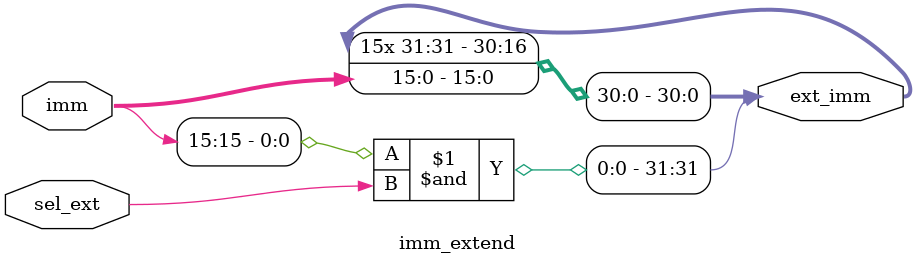
<source format=v>
module imm_extend(imm,sel_ext,ext_imm);
	input [15:0] imm;
	input sel_ext;
	output [31:0] ext_imm;

	assign ext_imm={{16{imm[15]&sel_ext}},imm};
endmodule


</source>
